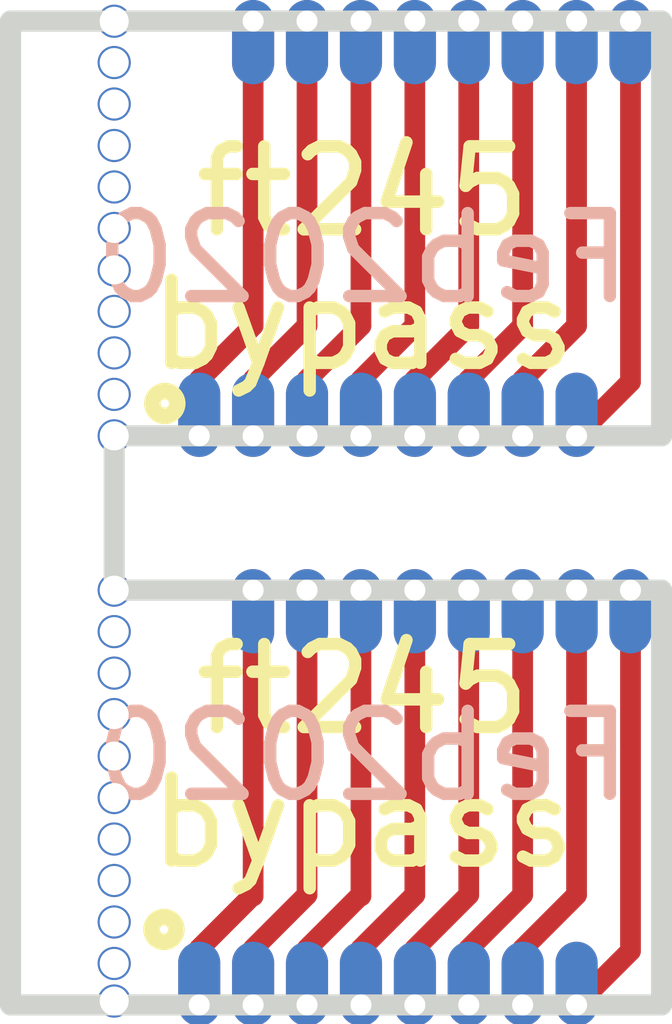
<source format=kicad_pcb>
(kicad_pcb (version 20171130) (host pcbnew 5.1.4+dfsg1-1)

  (general
    (thickness 1.6)
    (drawings 17)
    (tracks 70)
    (zones 0)
    (modules 32)
    (nets 17)
  )

  (page A4)
  (layers
    (0 F.Cu signal)
    (31 B.Cu signal hide)
    (32 B.Adhes user hide)
    (33 F.Adhes user hide)
    (34 B.Paste user hide)
    (35 F.Paste user hide)
    (36 B.SilkS user hide)
    (37 F.SilkS user hide)
    (38 B.Mask user hide)
    (39 F.Mask user hide)
    (40 Dwgs.User user hide)
    (41 Cmts.User user hide)
    (42 Eco1.User user hide)
    (43 Eco2.User user hide)
    (44 Edge.Cuts user)
    (45 Margin user hide)
    (46 B.CrtYd user hide)
    (47 F.CrtYd user)
    (48 B.Fab user)
    (49 F.Fab user hide)
  )

  (setup
    (last_trace_width 0.25)
    (user_trace_width 0.254)
    (trace_clearance 0.2)
    (zone_clearance 0.508)
    (zone_45_only no)
    (trace_min 0.2)
    (via_size 0.8)
    (via_drill 0.4)
    (via_min_size 0.4)
    (via_min_drill 0.254)
    (user_via 0.4 0.35)
    (uvia_size 0.3)
    (uvia_drill 0.1)
    (uvias_allowed no)
    (uvia_min_size 0.2)
    (uvia_min_drill 0.1)
    (edge_width 0.05)
    (segment_width 0.2)
    (pcb_text_width 0.3)
    (pcb_text_size 1.5 1.5)
    (mod_edge_width 0.12)
    (mod_text_size 1 1)
    (mod_text_width 0.15)
    (pad_size 0.508 0.508)
    (pad_drill 0.254)
    (pad_to_mask_clearance 0.051)
    (solder_mask_min_width 0.25)
    (aux_axis_origin 93.3 105)
    (grid_origin -3.3 -2.25)
    (visible_elements FFFFFF7F)
    (pcbplotparams
      (layerselection 0x010fc_ffffffff)
      (usegerberextensions false)
      (usegerberattributes false)
      (usegerberadvancedattributes false)
      (creategerberjobfile false)
      (excludeedgelayer true)
      (linewidth 0.100000)
      (plotframeref false)
      (viasonmask false)
      (mode 1)
      (useauxorigin false)
      (hpglpennumber 1)
      (hpglpenspeed 20)
      (hpglpendiameter 15.000000)
      (psnegative false)
      (psa4output false)
      (plotreference true)
      (plotvalue true)
      (plotinvisibletext false)
      (padsonsilk false)
      (subtractmaskfromsilk false)
      (outputformat 1)
      (mirror false)
      (drillshape 0)
      (scaleselection 1)
      (outputdirectory "gerber/"))
  )

  (net 0 "")
  (net 1 /A0B0)
  (net 2 /A1B1)
  (net 3 /A2B2)
  (net 4 /A3B3)
  (net 5 /A4B4)
  (net 6 /A5B5)
  (net 7 /A6B6)
  (net 8 /A7B7)
  (net 9 /a0b0)
  (net 10 /a1b1)
  (net 11 /a2b2)
  (net 12 /a3b3)
  (net 13 /a4b4)
  (net 14 /a5b5)
  (net 15 /a6b6)
  (net 16 /a7b7)

  (net_class Default "This is the default net class."
    (clearance 0.2)
    (trace_width 0.25)
    (via_dia 0.8)
    (via_drill 0.4)
    (uvia_dia 0.3)
    (uvia_drill 0.1)
    (add_net /A0B0)
    (add_net /A1B1)
    (add_net /A2B2)
    (add_net /A3B3)
    (add_net /A4B4)
    (add_net /A5B5)
    (add_net /A6B6)
    (add_net /A7B7)
    (add_net /a0b0)
    (add_net /a1b1)
    (add_net /a2b2)
    (add_net /a3b3)
    (add_net /a4b4)
    (add_net /a5b5)
    (add_net /a6b6)
    (add_net /a7b7)
  )

  (module tom-mechanical:Castellation_5.08_2.54 (layer F.Cu) (tedit 5E310190) (tstamp 5E30CFEF)
    (at 0.325 -9.11)
    (path /5E30EAC5)
    (fp_text reference TP24 (at 0 0.5) (layer F.SilkS) hide
      (effects (font (size 1 1) (thickness 0.15)))
    )
    (fp_text value TestPoint (at 0 -0.5) (layer F.Fab) hide
      (effects (font (size 1 1) (thickness 0.15)))
    )
    (pad 1 thru_hole oval (at 0 0) (size 0.508 1.016) (drill 0.254 (offset 0 0.254)) (layers *.Cu *.Mask)
      (net 12 /a3b3))
  )

  (module tom-mechanical:Castellation_5.08_2.54 (layer F.Cu) (tedit 5E310190) (tstamp 5E30CC6F)
    (at 2.275 -4.11 180)
    (path /5E30C633)
    (fp_text reference TP9 (at 0 0.5) (layer F.SilkS) hide
      (effects (font (size 1 1) (thickness 0.15)))
    )
    (fp_text value TestPoint (at 0 -0.5) (layer F.Fab) hide
      (effects (font (size 1 1) (thickness 0.15)))
    )
    (pad 1 thru_hole oval (at 0 0 180) (size 0.508 1.016) (drill 0.254 (offset 0 0.254)) (layers *.Cu *.Mask)
      (net 16 /a7b7))
  )

  (module tom-mechanical:Castellation_5.08_2.54 (layer F.Cu) (tedit 5E310190) (tstamp 5E30D02B)
    (at 2.925 -9.11)
    (path /5E30EB27)
    (fp_text reference TP36 (at 0 0.5) (layer F.SilkS) hide
      (effects (font (size 1 1) (thickness 0.15)))
    )
    (fp_text value TestPoint (at 0 -0.5) (layer F.Fab) hide
      (effects (font (size 1 1) (thickness 0.15)))
    )
    (pad 1 thru_hole oval (at 0 0) (size 0.508 1.016) (drill 0.254 (offset 0 0.254)) (layers *.Cu *.Mask)
      (net 16 /a7b7))
  )

  (module tom-mechanical:Castellation_5.08_2.54 (layer F.Cu) (tedit 5E310190) (tstamp 5E30D026)
    (at 2.275 -9.11)
    (path /5E30EB11)
    (fp_text reference TP35 (at 0 0.5) (layer F.SilkS) hide
      (effects (font (size 1 1) (thickness 0.15)))
    )
    (fp_text value TestPoint (at 0 -0.5) (layer F.Fab) hide
      (effects (font (size 1 1) (thickness 0.15)))
    )
    (pad 1 thru_hole oval (at 0 0) (size 0.508 1.016) (drill 0.254 (offset 0 0.254)) (layers *.Cu *.Mask)
      (net 15 /a6b6))
  )

  (module tom-mechanical:Castellation_5.08_2.54 (layer F.Cu) (tedit 5E310190) (tstamp 5E30D021)
    (at 1.625 -9.11)
    (path /5E30EAFB)
    (fp_text reference TP34 (at 0 0.5) (layer F.SilkS) hide
      (effects (font (size 1 1) (thickness 0.15)))
    )
    (fp_text value TestPoint (at 0 -0.5) (layer F.Fab) hide
      (effects (font (size 1 1) (thickness 0.15)))
    )
    (pad 1 thru_hole oval (at 0 0) (size 0.508 1.016) (drill 0.254 (offset 0 0.254)) (layers *.Cu *.Mask)
      (net 14 /a5b5))
  )

  (module tom-mechanical:Castellation_5.08_2.54 (layer F.Cu) (tedit 5E310190) (tstamp 5E30D01C)
    (at 0.975 -9.11)
    (path /5E30EAE7)
    (fp_text reference TP33 (at 0 0.5) (layer F.SilkS) hide
      (effects (font (size 1 1) (thickness 0.15)))
    )
    (fp_text value TestPoint (at 0 -0.5) (layer F.Fab) hide
      (effects (font (size 1 1) (thickness 0.15)))
    )
    (pad 1 thru_hole oval (at 0 0) (size 0.508 1.016) (drill 0.254 (offset 0 0.254)) (layers *.Cu *.Mask)
      (net 13 /a4b4))
  )

  (module tom-mechanical:Castellation_5.08_2.54 (layer F.Cu) (tedit 5E310190) (tstamp 5E30D017)
    (at -0.325 -4.11 180)
    (path /5E30EACF)
    (fp_text reference TP32 (at 0 0.5) (layer F.SilkS) hide
      (effects (font (size 1 1) (thickness 0.15)))
    )
    (fp_text value TestPoint (at 0 -0.5) (layer F.Fab) hide
      (effects (font (size 1 1) (thickness 0.15)))
    )
    (pad 1 thru_hole oval (at 0 0 180) (size 0.508 1.016) (drill 0.254 (offset 0 0.254)) (layers *.Cu *.Mask)
      (net 12 /a3b3))
  )

  (module tom-mechanical:Castellation_5.08_2.54 (layer F.Cu) (tedit 5E310190) (tstamp 5E30D012)
    (at -0.325 -9.11)
    (path /5E30EAB9)
    (fp_text reference TP31 (at 0 0.5) (layer F.SilkS) hide
      (effects (font (size 1 1) (thickness 0.15)))
    )
    (fp_text value TestPoint (at 0 -0.5) (layer F.Fab) hide
      (effects (font (size 1 1) (thickness 0.15)))
    )
    (pad 1 thru_hole oval (at 0 0) (size 0.508 1.016) (drill 0.254 (offset 0 0.254)) (layers *.Cu *.Mask)
      (net 11 /a2b2))
  )

  (module tom-mechanical:Castellation_5.08_2.54 (layer F.Cu) (tedit 5E310190) (tstamp 5E30D00D)
    (at -0.975 -9.11)
    (path /5E30EAA3)
    (fp_text reference TP30 (at 0 0.5) (layer F.SilkS) hide
      (effects (font (size 1 1) (thickness 0.15)))
    )
    (fp_text value TestPoint (at 0 -0.5) (layer F.Fab) hide
      (effects (font (size 1 1) (thickness 0.15)))
    )
    (pad 1 thru_hole oval (at 0 0) (size 0.508 1.016) (drill 0.254 (offset 0 0.254)) (layers *.Cu *.Mask)
      (net 10 /a1b1))
  )

  (module tom-mechanical:Castellation_5.08_2.54 (layer F.Cu) (tedit 5E310190) (tstamp 5E30D008)
    (at -1.625 -9.11)
    (path /5E30EA8F)
    (fp_text reference TP29 (at 0 0.5) (layer F.SilkS) hide
      (effects (font (size 1 1) (thickness 0.15)))
    )
    (fp_text value TestPoint (at 0 -0.5) (layer F.Fab) hide
      (effects (font (size 1 1) (thickness 0.15)))
    )
    (pad 1 thru_hole oval (at 0 0) (size 0.508 1.016) (drill 0.254 (offset 0 0.254)) (layers *.Cu *.Mask)
      (net 9 /a0b0))
  )

  (module tom-mechanical:Castellation_5.08_2.54 (layer F.Cu) (tedit 5E310190) (tstamp 5E30CFFE)
    (at 1.625 -4.11 180)
    (path /5E30EB07)
    (fp_text reference TP27 (at 0 0.5) (layer F.SilkS) hide
      (effects (font (size 1 1) (thickness 0.15)))
    )
    (fp_text value TestPoint (at 0 -0.5) (layer F.Fab) hide
      (effects (font (size 1 1) (thickness 0.15)))
    )
    (pad 1 thru_hole oval (at 0 0 180) (size 0.508 1.016) (drill 0.254 (offset 0 0.254)) (layers *.Cu *.Mask)
      (net 15 /a6b6))
  )

  (module tom-mechanical:Castellation_5.08_2.54 (layer F.Cu) (tedit 5E310190) (tstamp 5E30CFF9)
    (at 0.975 -4.11 180)
    (path /5E30EAF1)
    (fp_text reference TP26 (at 0 0.5) (layer F.SilkS) hide
      (effects (font (size 1 1) (thickness 0.15)))
    )
    (fp_text value TestPoint (at 0 -0.5) (layer F.Fab) hide
      (effects (font (size 1 1) (thickness 0.15)))
    )
    (pad 1 thru_hole oval (at 0 0 180) (size 0.508 1.016) (drill 0.254 (offset 0 0.254)) (layers *.Cu *.Mask)
      (net 14 /a5b5))
  )

  (module tom-mechanical:Castellation_5.08_2.54 (layer F.Cu) (tedit 5E310190) (tstamp 5E30CFF4)
    (at 0.325 -4.11 180)
    (path /5E30EADD)
    (fp_text reference TP25 (at 0 0.5) (layer F.SilkS) hide
      (effects (font (size 1 1) (thickness 0.15)))
    )
    (fp_text value TestPoint (at 0 -0.5) (layer F.Fab) hide
      (effects (font (size 1 1) (thickness 0.15)))
    )
    (pad 1 thru_hole oval (at 0 0 180) (size 0.508 1.016) (drill 0.254 (offset 0 0.254)) (layers *.Cu *.Mask)
      (net 13 /a4b4))
  )

  (module tom-mechanical:Castellation_5.08_2.54 (layer F.Cu) (tedit 5E310190) (tstamp 5E30CFEA)
    (at -0.975 -4.11 180)
    (path /5E30EAAF)
    (fp_text reference TP23 (at 0 0.5) (layer F.SilkS) hide
      (effects (font (size 1 1) (thickness 0.15)))
    )
    (fp_text value TestPoint (at 0 -0.5) (layer F.Fab) hide
      (effects (font (size 1 1) (thickness 0.15)))
    )
    (pad 1 thru_hole oval (at 0 0 180) (size 0.508 1.016) (drill 0.254 (offset 0 0.254)) (layers *.Cu *.Mask)
      (net 11 /a2b2))
  )

  (module tom-mechanical:Castellation_5.08_2.54 (layer F.Cu) (tedit 5E310190) (tstamp 5E30CFE5)
    (at -1.625 -4.11 180)
    (path /5E30EA99)
    (fp_text reference TP22 (at 0 0.5) (layer F.SilkS) hide
      (effects (font (size 1 1) (thickness 0.15)))
    )
    (fp_text value TestPoint (at 0 -0.5) (layer F.Fab) hide
      (effects (font (size 1 1) (thickness 0.15)))
    )
    (pad 1 thru_hole oval (at 0 0 180) (size 0.508 1.016) (drill 0.254 (offset 0 0.254)) (layers *.Cu *.Mask)
      (net 10 /a1b1))
  )

  (module tom-mechanical:Castellation_5.08_2.54 (layer F.Cu) (tedit 5E310190) (tstamp 5E30CFE0)
    (at -2.275 -4.11 180)
    (path /5E30EA85)
    (fp_text reference TP21 (at 0 0.5) (layer F.SilkS) hide
      (effects (font (size 1 1) (thickness 0.15)))
    )
    (fp_text value TestPoint (at 0 -0.5) (layer F.Fab) hide
      (effects (font (size 1 1) (thickness 0.15)))
    )
    (pad 1 thru_hole oval (at 0 0 180) (size 0.508 1.016) (drill 0.254 (offset 0 0.254)) (layers *.Cu *.Mask)
      (net 9 /a0b0))
  )

  (module tom-mechanical:Castellation_5.08_2.54 (layer F.Cu) (tedit 5E310190) (tstamp 5E3078BA)
    (at -0.325 -2.25)
    (path /5E309C9F)
    (fp_text reference TP16 (at 0 0.5) (layer F.SilkS) hide
      (effects (font (size 1 1) (thickness 0.15)))
    )
    (fp_text value TestPoint (at 0 -0.5) (layer F.Fab) hide
      (effects (font (size 1 1) (thickness 0.15)))
    )
    (pad 1 thru_hole oval (at 0 0) (size 0.508 1.016) (drill 0.254 (offset 0 0.254)) (layers *.Cu *.Mask)
      (net 3 /A2B2))
  )

  (module tom-mechanical:Castellation_5.08_2.54 (layer F.Cu) (tedit 5E310190) (tstamp 5E3078EE)
    (at 0.325 -2.25)
    (path /5E30AEA7)
    (fp_text reference TP15 (at 0 0.5) (layer F.SilkS) hide
      (effects (font (size 1 1) (thickness 0.15)))
    )
    (fp_text value TestPoint (at 0 -0.5) (layer F.Fab) hide
      (effects (font (size 1 1) (thickness 0.15)))
    )
    (pad 1 thru_hole oval (at 0 0) (size 0.508 1.016) (drill 0.254 (offset 0 0.254)) (layers *.Cu *.Mask)
      (net 4 /A3B3))
  )

  (module tom-mechanical:Castellation_5.08_2.54 (layer F.Cu) (tedit 5E310190) (tstamp 5E3077E2)
    (at 0.975 -2.25)
    (path /5E30C5FD)
    (fp_text reference TP14 (at 0 0.5) (layer F.SilkS) hide
      (effects (font (size 1 1) (thickness 0.15)))
    )
    (fp_text value TestPoint (at 0 -0.5) (layer F.Fab) hide
      (effects (font (size 1 1) (thickness 0.15)))
    )
    (pad 1 thru_hole oval (at 0 0) (size 0.508 1.016) (drill 0.254 (offset 0 0.254)) (layers *.Cu *.Mask)
      (net 5 /A4B4))
  )

  (module tom-mechanical:Castellation_5.08_2.54 (layer F.Cu) (tedit 5E310190) (tstamp 5E3077DD)
    (at 1.625 -2.25)
    (path /5E30C611)
    (fp_text reference TP13 (at 0 0.5) (layer F.SilkS) hide
      (effects (font (size 1 1) (thickness 0.15)))
    )
    (fp_text value TestPoint (at 0 -0.5) (layer F.Fab) hide
      (effects (font (size 1 1) (thickness 0.15)))
    )
    (pad 1 thru_hole oval (at 0 0) (size 0.508 1.016) (drill 0.254 (offset 0 0.254)) (layers *.Cu *.Mask)
      (net 6 /A5B5))
  )

  (module tom-mechanical:Castellation_5.08_2.54 (layer F.Cu) (tedit 5E310190) (tstamp 5E307912)
    (at 2.275 -2.25)
    (path /5E30C627)
    (fp_text reference TP12 (at 0 0.5) (layer F.SilkS) hide
      (effects (font (size 1 1) (thickness 0.15)))
    )
    (fp_text value TestPoint (at 0 -0.5) (layer F.Fab) hide
      (effects (font (size 1 1) (thickness 0.15)))
    )
    (pad 1 thru_hole oval (at 0 0) (size 0.508 1.016) (drill 0.254 (offset 0 0.254)) (layers *.Cu *.Mask)
      (net 7 /A6B6))
  )

  (module tom-mechanical:Castellation_5.08_2.54 (layer F.Cu) (tedit 5E310190) (tstamp 5E3077D3)
    (at 2.925 -2.25)
    (path /5E30C63D)
    (fp_text reference TP11 (at 0 0.5) (layer F.SilkS) hide
      (effects (font (size 1 1) (thickness 0.15)))
    )
    (fp_text value TestPoint (at 0 -0.5) (layer F.Fab) hide
      (effects (font (size 1 1) (thickness 0.15)))
    )
    (pad 1 thru_hole oval (at 0 0) (size 0.508 1.016) (drill 0.254 (offset 0 0.254)) (layers *.Cu *.Mask)
      (net 8 /A7B7))
  )

  (module tom-mechanical:Castellation_5.08_2.54 (layer F.Cu) (tedit 5E310190) (tstamp 5E3077CE)
    (at 2.275 2.75 180)
    (path /5E30C633)
    (fp_text reference TP9 (at 0 0.5) (layer F.SilkS) hide
      (effects (font (size 1 1) (thickness 0.15)))
    )
    (fp_text value TestPoint (at 0 -0.5) (layer F.Fab) hide
      (effects (font (size 1 1) (thickness 0.15)))
    )
    (pad 1 thru_hole oval (at 0 0 180) (size 0.508 1.016) (drill 0.254 (offset 0 0.254)) (layers *.Cu *.Mask)
      (net 8 /A7B7))
  )

  (module tom-mechanical:Castellation_5.08_2.54 (layer F.Cu) (tedit 5E310190) (tstamp 5E3077C9)
    (at 1.625 2.75 180)
    (path /5E30C61D)
    (fp_text reference TP8 (at 0 0.5) (layer F.SilkS) hide
      (effects (font (size 1 1) (thickness 0.15)))
    )
    (fp_text value TestPoint (at 0 -0.5) (layer F.Fab) hide
      (effects (font (size 1 1) (thickness 0.15)))
    )
    (pad 1 thru_hole oval (at 0 0 180) (size 0.508 1.016) (drill 0.254 (offset 0 0.254)) (layers *.Cu *.Mask)
      (net 7 /A6B6))
  )

  (module tom-mechanical:Castellation_5.08_2.54 (layer F.Cu) (tedit 5E310190) (tstamp 5E3077C4)
    (at 0.975 2.75 180)
    (path /5E30C607)
    (fp_text reference TP7 (at 0 0.5) (layer F.SilkS) hide
      (effects (font (size 1 1) (thickness 0.15)))
    )
    (fp_text value TestPoint (at 0 -0.5) (layer F.Fab) hide
      (effects (font (size 1 1) (thickness 0.15)))
    )
    (pad 1 thru_hole oval (at 0 0 180) (size 0.508 1.016) (drill 0.254 (offset 0 0.254)) (layers *.Cu *.Mask)
      (net 6 /A5B5))
  )

  (module tom-mechanical:Castellation_5.08_2.54 (layer F.Cu) (tedit 5E310190) (tstamp 5E3077BF)
    (at 0.325 2.75 180)
    (path /5E30C5F3)
    (fp_text reference TP6 (at 0 0.5) (layer F.SilkS) hide
      (effects (font (size 1 1) (thickness 0.15)))
    )
    (fp_text value TestPoint (at 0 -0.5) (layer F.Fab) hide
      (effects (font (size 1 1) (thickness 0.15)))
    )
    (pad 1 thru_hole oval (at 0 0 180) (size 0.508 1.016) (drill 0.254 (offset 0 0.254)) (layers *.Cu *.Mask)
      (net 5 /A4B4))
  )

  (module tom-mechanical:Castellation_5.08_2.54 (layer F.Cu) (tedit 5E310190) (tstamp 5E3077BA)
    (at -0.325 2.75 180)
    (path /5E30AE9D)
    (fp_text reference TP5 (at 0 0.5) (layer F.SilkS) hide
      (effects (font (size 1 1) (thickness 0.15)))
    )
    (fp_text value TestPoint (at 0 -0.5) (layer F.Fab) hide
      (effects (font (size 1 1) (thickness 0.15)))
    )
    (pad 1 thru_hole oval (at 0 0 180) (size 0.508 1.016) (drill 0.254 (offset 0 0.254)) (layers *.Cu *.Mask)
      (net 4 /A3B3))
  )

  (module tom-mechanical:Castellation_5.08_2.54 (layer F.Cu) (tedit 5E310190) (tstamp 5E3077B5)
    (at -0.975 2.75 180)
    (path /5E309C95)
    (fp_text reference TP4 (at 0 0.5) (layer F.SilkS) hide
      (effects (font (size 1 1) (thickness 0.15)))
    )
    (fp_text value TestPoint (at 0 -0.5) (layer F.Fab) hide
      (effects (font (size 1 1) (thickness 0.15)))
    )
    (pad 1 thru_hole oval (at 0 0 180) (size 0.508 1.016) (drill 0.254 (offset 0 0.254)) (layers *.Cu *.Mask)
      (net 3 /A2B2))
  )

  (module tom-mechanical:Castellation_5.08_2.54 (layer F.Cu) (tedit 5E310190) (tstamp 5E30766F)
    (at -0.975 -2.25)
    (path /5E308717)
    (fp_text reference TP17 (at 0 0.5) (layer F.SilkS) hide
      (effects (font (size 1 1) (thickness 0.15)))
    )
    (fp_text value TestPoint (at 0 -0.5) (layer F.Fab) hide
      (effects (font (size 1 1) (thickness 0.15)))
    )
    (pad 1 thru_hole oval (at 0 0) (size 0.508 1.016) (drill 0.254 (offset 0 0.254)) (layers *.Cu *.Mask)
      (net 2 /A1B1))
  )

  (module tom-mechanical:Castellation_5.08_2.54 (layer F.Cu) (tedit 5E310190) (tstamp 5E307663)
    (at -1.625 2.75 180)
    (path /5E308509)
    (fp_text reference TP3 (at 0 0.5) (layer F.SilkS) hide
      (effects (font (size 1 1) (thickness 0.15)))
    )
    (fp_text value TestPoint (at 0 -0.5) (layer F.Fab) hide
      (effects (font (size 1 1) (thickness 0.15)))
    )
    (pad 1 thru_hole oval (at 0 0 180) (size 0.508 1.016) (drill 0.254 (offset 0 0.254)) (layers *.Cu *.Mask)
      (net 2 /A1B1))
  )

  (module tom-mechanical:Castellation_5.08_2.54 (layer F.Cu) (tedit 5E310190) (tstamp 5E307532)
    (at -1.625 -2.25)
    (path /5E307E0E)
    (fp_text reference TP18 (at 0 0.5) (layer F.SilkS) hide
      (effects (font (size 1 1) (thickness 0.15)))
    )
    (fp_text value TestPoint (at 0 -0.5) (layer F.Fab) hide
      (effects (font (size 1 1) (thickness 0.15)))
    )
    (pad 1 thru_hole oval (at 0 0) (size 0.508 1.016) (drill 0.254 (offset 0 0.254)) (layers *.Cu *.Mask)
      (net 1 /A0B0))
  )

  (module tom-mechanical:Castellation_5.08_2.54 (layer F.Cu) (tedit 5E310190) (tstamp 5E307547)
    (at -2.275 2.75 180)
    (path /5E3073B5)
    (fp_text reference TP2 (at 0 0.5) (layer F.SilkS) hide
      (effects (font (size 1 1) (thickness 0.15)))
    )
    (fp_text value TestPoint (at 0 -0.5) (layer F.Fab) hide
      (effects (font (size 1 1) (thickness 0.15)))
    )
    (pad 1 thru_hole oval (at 0 0 180) (size 0.508 1.016) (drill 0.254 (offset 0 0.254)) (layers *.Cu *.Mask)
      (net 1 /A0B0))
  )

  (gr_text Feb2020 (at -0.3 -6.25) (layer B.SilkS)
    (effects (font (size 1 1) (thickness 0.15)) (justify mirror))
  )
  (gr_circle (center -2.69 -4.5) (end -2.54 -4.5) (layer F.SilkS) (width 0.2) (tstamp 5E30D792))
  (gr_circle (center -2.7 1.84) (end -2.55 1.84) (layer F.SilkS) (width 0.2))
  (gr_text Feb2020 (at -0.3 -0.25) (layer B.SilkS) (tstamp 5E30D6FA)
    (effects (font (size 1 1) (thickness 0.15)) (justify mirror))
  )
  (gr_text "ft245\nbypass" (at -0.3 -6.25) (layer F.SilkS) (tstamp 5E30D6CD)
    (effects (font (size 1 1) (thickness 0.15)))
  )
  (gr_text "ft245\nbypass" (at -0.3 -0.25) (layer F.SilkS)
    (effects (font (size 1 1) (thickness 0.15)))
  )
  (gr_line (start -3.3 -4.11) (end -3.3 -2.25) (layer Edge.Cuts) (width 0.254))
  (gr_line (start -3.29 -4.12) (end -3.31 -4.11) (layer Edge.Cuts) (width 0.05))
  (gr_line (start -4.55 2.75) (end -3.3 2.75) (layer Edge.Cuts) (width 0.254) (tstamp 5E30D464))
  (gr_line (start -4.55 -9.11) (end -4.55 2.75) (layer Edge.Cuts) (width 0.254))
  (gr_line (start -3.3 -9.11) (end -4.55 -9.11) (layer Edge.Cuts) (width 0.254))
  (gr_line (start 3.3 -4.11) (end -3.3 -4.11) (layer Edge.Cuts) (width 0.254) (tstamp 5E30CCC9))
  (gr_line (start 3.3 -9.11) (end -3.3 -9.11) (layer Edge.Cuts) (width 0.254) (tstamp 5E30CCBB))
  (gr_line (start 3.3 -4.11) (end 3.3 -9.11) (layer Edge.Cuts) (width 0.254) (tstamp 5E30CC9E))
  (gr_line (start 3.3 2.75) (end 3.3 -2.25) (layer Edge.Cuts) (width 0.254) (tstamp 5E306E22))
  (gr_line (start 3.3 2.75) (end -3.3 2.75) (layer Edge.Cuts) (width 0.254) (tstamp 5E306E16))
  (gr_line (start 3.3 -2.25) (end -3.3 -2.25) (layer Edge.Cuts) (width 0.254) (tstamp 5E306ACD))

  (via (at -3.3 1.75) (size 0.4) (drill 0.35) (layers F.Cu B.Cu) (net 0))
  (via (at -3.3 0.75) (size 0.4) (drill 0.35) (layers F.Cu B.Cu) (net 0))
  (via (at -3.3 -0.25) (size 0.4) (drill 0.35) (layers F.Cu B.Cu) (net 0))
  (via (at -3.3 -1.25) (size 0.4) (drill 0.35) (layers F.Cu B.Cu) (net 0))
  (via (at -3.3 -2.25) (size 0.4) (drill 0.35) (layers F.Cu B.Cu) (net 0))
  (via (at -3.3 1.25) (size 0.4) (drill 0.35) (layers F.Cu B.Cu) (net 0))
  (via (at -3.3 0.25) (size 0.4) (drill 0.35) (layers F.Cu B.Cu) (net 0))
  (via (at -3.3 -0.75) (size 0.4) (drill 0.35) (layers F.Cu B.Cu) (net 0))
  (via (at -3.3 -8.61) (size 0.4) (drill 0.35) (layers F.Cu B.Cu) (net 0))
  (via (at -3.3 -8.11) (size 0.4) (drill 0.35) (layers F.Cu B.Cu) (net 0))
  (via (at -3.3 -7.61) (size 0.4) (drill 0.35) (layers F.Cu B.Cu) (net 0))
  (via (at -3.3 -7.11) (size 0.4) (drill 0.35) (layers F.Cu B.Cu) (net 0))
  (via (at -3.3 -6.61) (size 0.4) (drill 0.35) (layers F.Cu B.Cu) (net 0))
  (via (at -3.3 -6.11) (size 0.4) (drill 0.35) (layers F.Cu B.Cu) (net 0))
  (via (at -3.3 -5.61) (size 0.4) (drill 0.35) (layers F.Cu B.Cu) (net 0))
  (via (at -3.3 -5.11) (size 0.4) (drill 0.35) (layers F.Cu B.Cu) (net 0))
  (via (at -3.3 -4.61) (size 0.4) (drill 0.35) (layers F.Cu B.Cu) (net 0))
  (via (at -3.3 -4.11) (size 0.4) (drill 0.35) (layers F.Cu B.Cu) (net 0))
  (via (at -3.3 -1.75) (size 0.4) (drill 0.35) (layers F.Cu B.Cu) (net 0))
  (via (at -3.3 2.25) (size 0.4) (drill 0.35) (layers F.Cu B.Cu) (net 0))
  (via (at -3.3 -9.108) (size 0.4) (drill 0.35) (layers F.Cu B.Cu) (net 0))
  (via (at -3.3 2.703) (size 0.4) (drill 0.35) (layers F.Cu B.Cu) (net 0))
  (segment (start -1.625 -2.25) (end -1.625 1.436747) (width 0.25) (layer F.Cu) (net 1))
  (segment (start -2.275 2.073157) (end -2.275 2.75) (width 0.25) (layer F.Cu) (net 1))
  (segment (start -1.63859 1.436747) (end -2.275 2.073157) (width 0.25) (layer F.Cu) (net 1))
  (segment (start -1.625 1.436747) (end -1.63859 1.436747) (width 0.25) (layer F.Cu) (net 1))
  (segment (start -1.625 2.073157) (end -1.625 2.75) (width 0.25) (layer F.Cu) (net 2))
  (segment (start -0.975 1.423157) (end -1.625 2.073157) (width 0.25) (layer F.Cu) (net 2))
  (segment (start -0.975 -2.25) (end -0.975 1.423157) (width 0.25) (layer F.Cu) (net 2))
  (segment (start -0.325 -2.25) (end -0.325 1.436747) (width 0.25) (layer F.Cu) (net 3))
  (segment (start -0.975 2.073157) (end -0.975 2.75) (width 0.25) (layer F.Cu) (net 3))
  (segment (start -0.33859 1.436747) (end -0.975 2.073157) (width 0.25) (layer F.Cu) (net 3))
  (segment (start -0.325 1.436747) (end -0.33859 1.436747) (width 0.25) (layer F.Cu) (net 3))
  (segment (start -0.325 2.073157) (end -0.325 2.75) (width 0.25) (layer F.Cu) (net 4))
  (segment (start 0.325 1.423157) (end -0.325 2.073157) (width 0.25) (layer F.Cu) (net 4))
  (segment (start 0.325 -2.25) (end 0.325 1.423157) (width 0.25) (layer F.Cu) (net 4))
  (segment (start 0.325 2.073157) (end 0.325 2.75) (width 0.25) (layer F.Cu) (net 5))
  (segment (start 0.975 1.423157) (end 0.325 2.073157) (width 0.25) (layer F.Cu) (net 5))
  (segment (start 0.975 -2.25) (end 0.975 1.423157) (width 0.25) (layer F.Cu) (net 5))
  (segment (start 1.625 1.423157) (end 0.975 2.073157) (width 0.25) (layer F.Cu) (net 6))
  (segment (start 0.975 2.073157) (end 0.975 2.75) (width 0.25) (layer F.Cu) (net 6))
  (segment (start 1.625 -2.25) (end 1.625 1.423157) (width 0.25) (layer F.Cu) (net 6))
  (segment (start 1.625 2.073157) (end 1.625 2.75) (width 0.25) (layer F.Cu) (net 7))
  (segment (start 2.275 1.423157) (end 1.625 2.073157) (width 0.25) (layer F.Cu) (net 7))
  (segment (start 2.275 -2.25) (end 2.275 1.423157) (width 0.25) (layer F.Cu) (net 7))
  (segment (start 2.925 2.1) (end 2.925 -2.25) (width 0.25) (layer F.Cu) (net 8))
  (segment (start 2.275 2.75) (end 2.925 2.1) (width 0.25) (layer F.Cu) (net 8))
  (segment (start -1.625 -5.436843) (end -1.625 -9.11) (width 0.25) (layer F.Cu) (net 9))
  (segment (start -2.275 -4.786843) (end -1.625 -5.436843) (width 0.25) (layer F.Cu) (net 9))
  (segment (start -2.275 -4.11) (end -2.275 -4.786843) (width 0.25) (layer F.Cu) (net 9))
  (segment (start -0.975 -5.436843) (end -0.975 -9.11) (width 0.25) (layer F.Cu) (net 10))
  (segment (start -1.625 -4.786843) (end -0.975 -5.436843) (width 0.25) (layer F.Cu) (net 10))
  (segment (start -1.625 -4.11) (end -1.625 -4.786843) (width 0.25) (layer F.Cu) (net 10))
  (segment (start -0.325 -5.436843) (end -0.325 -9.11) (width 0.25) (layer F.Cu) (net 11))
  (segment (start -0.975 -4.786843) (end -0.325 -5.436843) (width 0.25) (layer F.Cu) (net 11))
  (segment (start -0.975 -4.11) (end -0.975 -4.786843) (width 0.25) (layer F.Cu) (net 11))
  (segment (start 0.325 -5.436843) (end 0.325 -9.11) (width 0.25) (layer F.Cu) (net 12))
  (segment (start -0.325 -4.786843) (end 0.325 -5.436843) (width 0.25) (layer F.Cu) (net 12))
  (segment (start -0.325 -4.11) (end -0.325 -4.786843) (width 0.25) (layer F.Cu) (net 12))
  (segment (start 0.975 -5.436843) (end 0.975 -9.11) (width 0.25) (layer F.Cu) (net 13))
  (segment (start 0.325 -4.786843) (end 0.975 -5.436843) (width 0.25) (layer F.Cu) (net 13))
  (segment (start 0.325 -4.11) (end 0.325 -4.786843) (width 0.25) (layer F.Cu) (net 13))
  (segment (start 1.625 -5.436843) (end 1.625 -9.11) (width 0.25) (layer F.Cu) (net 14))
  (segment (start 0.975 -4.786843) (end 1.625 -5.436843) (width 0.25) (layer F.Cu) (net 14))
  (segment (start 0.975 -4.11) (end 0.975 -4.786843) (width 0.25) (layer F.Cu) (net 14))
  (segment (start 2.275 -5.436843) (end 2.275 -9.11) (width 0.25) (layer F.Cu) (net 15))
  (segment (start 1.625 -4.786843) (end 2.275 -5.436843) (width 0.25) (layer F.Cu) (net 15))
  (segment (start 1.625 -4.11) (end 1.625 -4.786843) (width 0.25) (layer F.Cu) (net 15))
  (segment (start 2.925 -4.76) (end 2.925 -9.11) (width 0.25) (layer F.Cu) (net 16))
  (segment (start 2.275 -4.11) (end 2.925 -4.76) (width 0.25) (layer F.Cu) (net 16))

)

</source>
